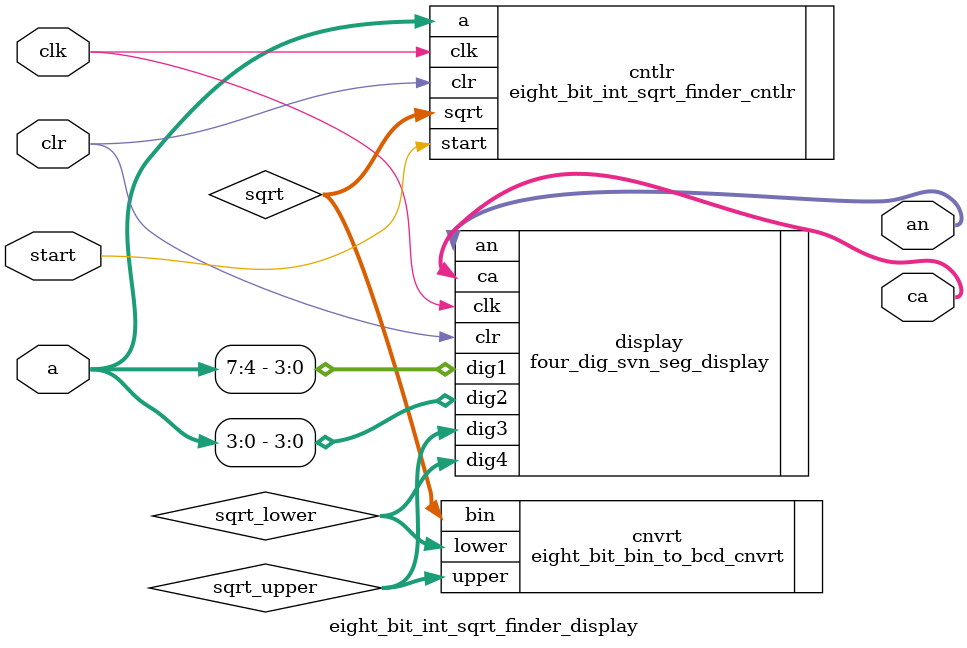
<source format=v>
/*******************************************************************************
8-bit Integer Square Root Finder Display displays an 8-bit integer and its 
square root in decimal form on a 4-digit Seven-segment Display.

An 8-bit integer will be displayed on the two seven-segment displays on the 
LEFT.

The 8-bit square root will be displayed on the two seven-segment displays on the
RIGHT.
*******************************************************************************/

`timescale 1ns / 1ps

module eight_bit_int_sqrt_finder_display(
    input clk,
    input clr,
    input start, 
    input [7:0] a,
    output [3:0] an,
    output [6:0] ca
    );
    
    wire [7:0] sqrt;       // square root
    wire [3:0] sqrt_upper; // upper 4 bits of square root
    wire [3:0] sqrt_lower; // lower 4 bits of square root
    
    // initializes an 8-bit Integer Square Root Finder Controller
    eight_bit_int_sqrt_finder_cntlr cntlr(.clk(clk), .clr(clr), .start(start), 
                                          .a(a), .sqrt(sqrt));
    
    // initializes an 8-bit Binary-to-BCD Converter
    eight_bit_bin_to_bcd_cnvrt cnvrt(.bin(sqrt), .upper(sqrt_upper), 
                                     .lower(sqrt_lower));
    
    // initializes a 4-digit Seven-segment Display
    four_dig_svn_seg_display display(.clk(clk), .clr(clr), 
                                     .dig1(a[7:4]), .dig2(a[3:0]),
                                     .dig3(sqrt_upper), .dig4(sqrt_lower),
                                     .an(an), .ca(ca));
endmodule
</source>
